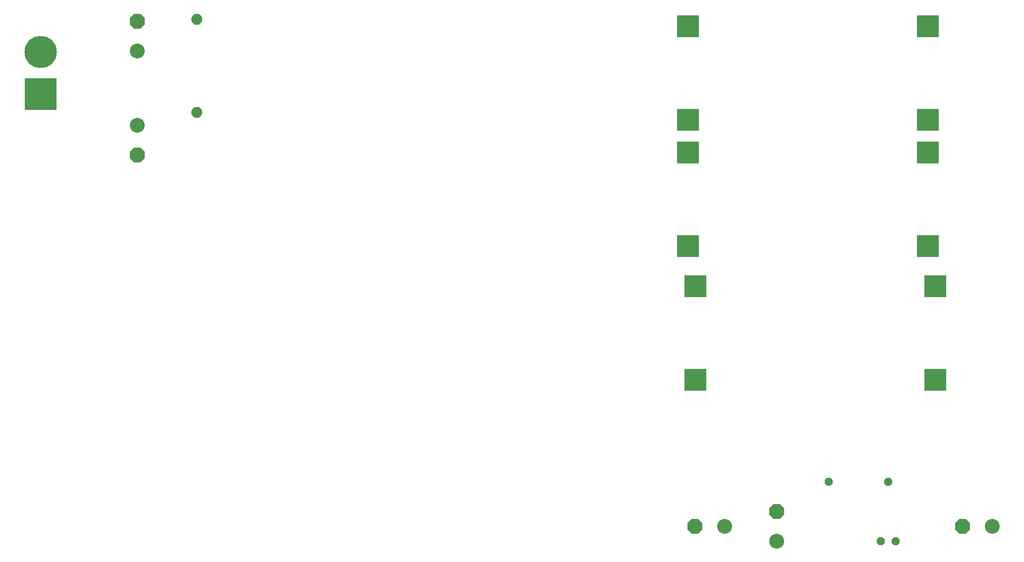
<source format=gbr>
G04 EAGLE Gerber RS-274X export*
G75*
%MOMM*%
%FSLAX34Y34*%
%LPD*%
%INBottom Copper*%
%IPPOS*%
%AMOC8*
5,1,8,0,0,1.08239X$1,22.5*%
G01*
%ADD10C,2.540000*%
%ADD11P,2.749271X8X292.500000*%
%ADD12P,2.749271X8X112.500000*%
%ADD13P,2.749271X8X202.500000*%
%ADD14C,1.890000*%
%ADD15R,5.516000X5.516000*%
%ADD16C,5.516000*%
%ADD17P,1.429621X8X202.500000*%
%ADD18P,1.429621X8X22.500000*%
%ADD19R,3.810000X3.810000*%


D10*
X101600Y965200D03*
D11*
X101600Y914400D03*
D10*
X101600Y1092200D03*
D12*
X101600Y1143000D03*
D10*
X1193800Y254000D03*
D12*
X1193800Y304800D03*
D10*
X1104900Y279400D03*
D13*
X1054100Y279400D03*
D10*
X1562100Y279400D03*
D13*
X1511300Y279400D03*
D14*
X203200Y987500D03*
X203200Y1146100D03*
D15*
X-63500Y1018100D03*
D16*
X-63500Y1090100D03*
D17*
X1397000Y254000D03*
X1371600Y254000D03*
D18*
X1282700Y355600D03*
X1384300Y355600D03*
D19*
X1055100Y689600D03*
X1055100Y529600D03*
X1465100Y529600D03*
X1465100Y689600D03*
X1042400Y1134100D03*
X1042400Y974100D03*
X1452400Y974100D03*
X1452400Y1134100D03*
X1042400Y918200D03*
X1042400Y758200D03*
X1452400Y758200D03*
X1452400Y918200D03*
M02*

</source>
